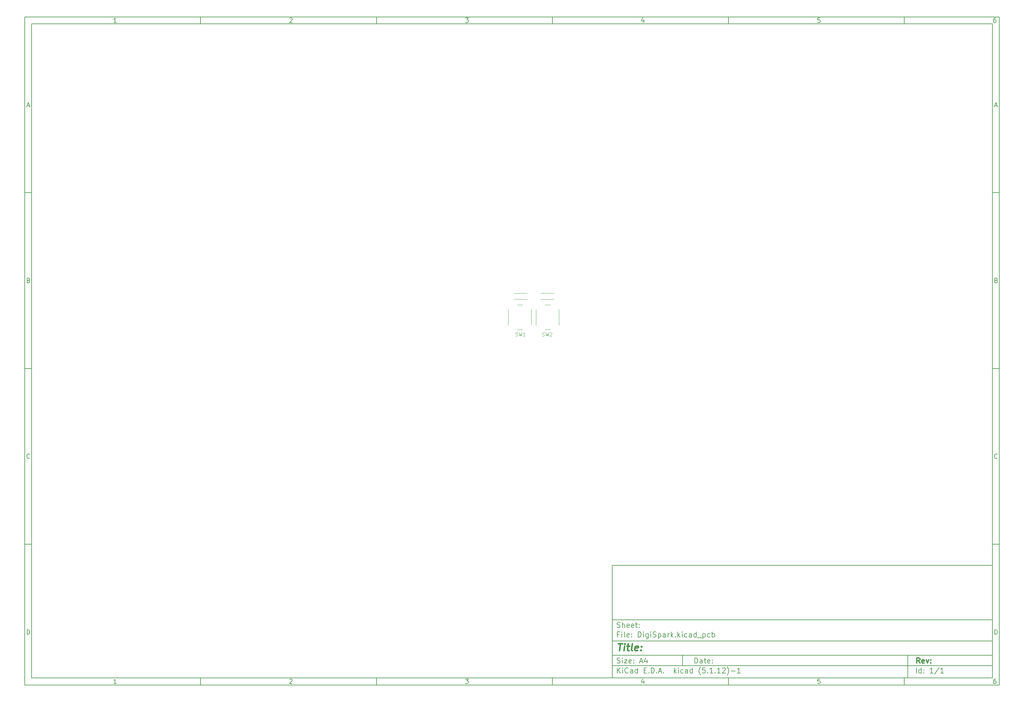
<source format=gbr>
%TF.GenerationSoftware,KiCad,Pcbnew,(5.1.12)-1*%
%TF.CreationDate,2022-07-31T01:05:36+09:00*%
%TF.ProjectId,DigiSpark,44696769-5370-4617-926b-2e6b69636164,rev?*%
%TF.SameCoordinates,Original*%
%TF.FileFunction,Legend,Top*%
%TF.FilePolarity,Positive*%
%FSLAX46Y46*%
G04 Gerber Fmt 4.6, Leading zero omitted, Abs format (unit mm)*
G04 Created by KiCad (PCBNEW (5.1.12)-1) date 2022-07-31 01:05:36*
%MOMM*%
%LPD*%
G01*
G04 APERTURE LIST*
%ADD10C,0.100000*%
%ADD11C,0.150000*%
%ADD12C,0.300000*%
%ADD13C,0.400000*%
%ADD14C,0.070000*%
%ADD15C,0.120000*%
G04 APERTURE END LIST*
D10*
D11*
X177002200Y-166007200D02*
X177002200Y-198007200D01*
X285002200Y-198007200D01*
X285002200Y-166007200D01*
X177002200Y-166007200D01*
D10*
D11*
X10000000Y-10000000D02*
X10000000Y-200007200D01*
X287002200Y-200007200D01*
X287002200Y-10000000D01*
X10000000Y-10000000D01*
D10*
D11*
X12000000Y-12000000D02*
X12000000Y-198007200D01*
X285002200Y-198007200D01*
X285002200Y-12000000D01*
X12000000Y-12000000D01*
D10*
D11*
X60000000Y-12000000D02*
X60000000Y-10000000D01*
D10*
D11*
X110000000Y-12000000D02*
X110000000Y-10000000D01*
D10*
D11*
X160000000Y-12000000D02*
X160000000Y-10000000D01*
D10*
D11*
X210000000Y-12000000D02*
X210000000Y-10000000D01*
D10*
D11*
X260000000Y-12000000D02*
X260000000Y-10000000D01*
D10*
D11*
X36065476Y-11588095D02*
X35322619Y-11588095D01*
X35694047Y-11588095D02*
X35694047Y-10288095D01*
X35570238Y-10473809D01*
X35446428Y-10597619D01*
X35322619Y-10659523D01*
D10*
D11*
X85322619Y-10411904D02*
X85384523Y-10350000D01*
X85508333Y-10288095D01*
X85817857Y-10288095D01*
X85941666Y-10350000D01*
X86003571Y-10411904D01*
X86065476Y-10535714D01*
X86065476Y-10659523D01*
X86003571Y-10845238D01*
X85260714Y-11588095D01*
X86065476Y-11588095D01*
D10*
D11*
X135260714Y-10288095D02*
X136065476Y-10288095D01*
X135632142Y-10783333D01*
X135817857Y-10783333D01*
X135941666Y-10845238D01*
X136003571Y-10907142D01*
X136065476Y-11030952D01*
X136065476Y-11340476D01*
X136003571Y-11464285D01*
X135941666Y-11526190D01*
X135817857Y-11588095D01*
X135446428Y-11588095D01*
X135322619Y-11526190D01*
X135260714Y-11464285D01*
D10*
D11*
X185941666Y-10721428D02*
X185941666Y-11588095D01*
X185632142Y-10226190D02*
X185322619Y-11154761D01*
X186127380Y-11154761D01*
D10*
D11*
X236003571Y-10288095D02*
X235384523Y-10288095D01*
X235322619Y-10907142D01*
X235384523Y-10845238D01*
X235508333Y-10783333D01*
X235817857Y-10783333D01*
X235941666Y-10845238D01*
X236003571Y-10907142D01*
X236065476Y-11030952D01*
X236065476Y-11340476D01*
X236003571Y-11464285D01*
X235941666Y-11526190D01*
X235817857Y-11588095D01*
X235508333Y-11588095D01*
X235384523Y-11526190D01*
X235322619Y-11464285D01*
D10*
D11*
X285941666Y-10288095D02*
X285694047Y-10288095D01*
X285570238Y-10350000D01*
X285508333Y-10411904D01*
X285384523Y-10597619D01*
X285322619Y-10845238D01*
X285322619Y-11340476D01*
X285384523Y-11464285D01*
X285446428Y-11526190D01*
X285570238Y-11588095D01*
X285817857Y-11588095D01*
X285941666Y-11526190D01*
X286003571Y-11464285D01*
X286065476Y-11340476D01*
X286065476Y-11030952D01*
X286003571Y-10907142D01*
X285941666Y-10845238D01*
X285817857Y-10783333D01*
X285570238Y-10783333D01*
X285446428Y-10845238D01*
X285384523Y-10907142D01*
X285322619Y-11030952D01*
D10*
D11*
X60000000Y-198007200D02*
X60000000Y-200007200D01*
D10*
D11*
X110000000Y-198007200D02*
X110000000Y-200007200D01*
D10*
D11*
X160000000Y-198007200D02*
X160000000Y-200007200D01*
D10*
D11*
X210000000Y-198007200D02*
X210000000Y-200007200D01*
D10*
D11*
X260000000Y-198007200D02*
X260000000Y-200007200D01*
D10*
D11*
X36065476Y-199595295D02*
X35322619Y-199595295D01*
X35694047Y-199595295D02*
X35694047Y-198295295D01*
X35570238Y-198481009D01*
X35446428Y-198604819D01*
X35322619Y-198666723D01*
D10*
D11*
X85322619Y-198419104D02*
X85384523Y-198357200D01*
X85508333Y-198295295D01*
X85817857Y-198295295D01*
X85941666Y-198357200D01*
X86003571Y-198419104D01*
X86065476Y-198542914D01*
X86065476Y-198666723D01*
X86003571Y-198852438D01*
X85260714Y-199595295D01*
X86065476Y-199595295D01*
D10*
D11*
X135260714Y-198295295D02*
X136065476Y-198295295D01*
X135632142Y-198790533D01*
X135817857Y-198790533D01*
X135941666Y-198852438D01*
X136003571Y-198914342D01*
X136065476Y-199038152D01*
X136065476Y-199347676D01*
X136003571Y-199471485D01*
X135941666Y-199533390D01*
X135817857Y-199595295D01*
X135446428Y-199595295D01*
X135322619Y-199533390D01*
X135260714Y-199471485D01*
D10*
D11*
X185941666Y-198728628D02*
X185941666Y-199595295D01*
X185632142Y-198233390D02*
X185322619Y-199161961D01*
X186127380Y-199161961D01*
D10*
D11*
X236003571Y-198295295D02*
X235384523Y-198295295D01*
X235322619Y-198914342D01*
X235384523Y-198852438D01*
X235508333Y-198790533D01*
X235817857Y-198790533D01*
X235941666Y-198852438D01*
X236003571Y-198914342D01*
X236065476Y-199038152D01*
X236065476Y-199347676D01*
X236003571Y-199471485D01*
X235941666Y-199533390D01*
X235817857Y-199595295D01*
X235508333Y-199595295D01*
X235384523Y-199533390D01*
X235322619Y-199471485D01*
D10*
D11*
X285941666Y-198295295D02*
X285694047Y-198295295D01*
X285570238Y-198357200D01*
X285508333Y-198419104D01*
X285384523Y-198604819D01*
X285322619Y-198852438D01*
X285322619Y-199347676D01*
X285384523Y-199471485D01*
X285446428Y-199533390D01*
X285570238Y-199595295D01*
X285817857Y-199595295D01*
X285941666Y-199533390D01*
X286003571Y-199471485D01*
X286065476Y-199347676D01*
X286065476Y-199038152D01*
X286003571Y-198914342D01*
X285941666Y-198852438D01*
X285817857Y-198790533D01*
X285570238Y-198790533D01*
X285446428Y-198852438D01*
X285384523Y-198914342D01*
X285322619Y-199038152D01*
D10*
D11*
X10000000Y-60000000D02*
X12000000Y-60000000D01*
D10*
D11*
X10000000Y-110000000D02*
X12000000Y-110000000D01*
D10*
D11*
X10000000Y-160000000D02*
X12000000Y-160000000D01*
D10*
D11*
X10690476Y-35216666D02*
X11309523Y-35216666D01*
X10566666Y-35588095D02*
X11000000Y-34288095D01*
X11433333Y-35588095D01*
D10*
D11*
X11092857Y-84907142D02*
X11278571Y-84969047D01*
X11340476Y-85030952D01*
X11402380Y-85154761D01*
X11402380Y-85340476D01*
X11340476Y-85464285D01*
X11278571Y-85526190D01*
X11154761Y-85588095D01*
X10659523Y-85588095D01*
X10659523Y-84288095D01*
X11092857Y-84288095D01*
X11216666Y-84350000D01*
X11278571Y-84411904D01*
X11340476Y-84535714D01*
X11340476Y-84659523D01*
X11278571Y-84783333D01*
X11216666Y-84845238D01*
X11092857Y-84907142D01*
X10659523Y-84907142D01*
D10*
D11*
X11402380Y-135464285D02*
X11340476Y-135526190D01*
X11154761Y-135588095D01*
X11030952Y-135588095D01*
X10845238Y-135526190D01*
X10721428Y-135402380D01*
X10659523Y-135278571D01*
X10597619Y-135030952D01*
X10597619Y-134845238D01*
X10659523Y-134597619D01*
X10721428Y-134473809D01*
X10845238Y-134350000D01*
X11030952Y-134288095D01*
X11154761Y-134288095D01*
X11340476Y-134350000D01*
X11402380Y-134411904D01*
D10*
D11*
X10659523Y-185588095D02*
X10659523Y-184288095D01*
X10969047Y-184288095D01*
X11154761Y-184350000D01*
X11278571Y-184473809D01*
X11340476Y-184597619D01*
X11402380Y-184845238D01*
X11402380Y-185030952D01*
X11340476Y-185278571D01*
X11278571Y-185402380D01*
X11154761Y-185526190D01*
X10969047Y-185588095D01*
X10659523Y-185588095D01*
D10*
D11*
X287002200Y-60000000D02*
X285002200Y-60000000D01*
D10*
D11*
X287002200Y-110000000D02*
X285002200Y-110000000D01*
D10*
D11*
X287002200Y-160000000D02*
X285002200Y-160000000D01*
D10*
D11*
X285692676Y-35216666D02*
X286311723Y-35216666D01*
X285568866Y-35588095D02*
X286002200Y-34288095D01*
X286435533Y-35588095D01*
D10*
D11*
X286095057Y-84907142D02*
X286280771Y-84969047D01*
X286342676Y-85030952D01*
X286404580Y-85154761D01*
X286404580Y-85340476D01*
X286342676Y-85464285D01*
X286280771Y-85526190D01*
X286156961Y-85588095D01*
X285661723Y-85588095D01*
X285661723Y-84288095D01*
X286095057Y-84288095D01*
X286218866Y-84350000D01*
X286280771Y-84411904D01*
X286342676Y-84535714D01*
X286342676Y-84659523D01*
X286280771Y-84783333D01*
X286218866Y-84845238D01*
X286095057Y-84907142D01*
X285661723Y-84907142D01*
D10*
D11*
X286404580Y-135464285D02*
X286342676Y-135526190D01*
X286156961Y-135588095D01*
X286033152Y-135588095D01*
X285847438Y-135526190D01*
X285723628Y-135402380D01*
X285661723Y-135278571D01*
X285599819Y-135030952D01*
X285599819Y-134845238D01*
X285661723Y-134597619D01*
X285723628Y-134473809D01*
X285847438Y-134350000D01*
X286033152Y-134288095D01*
X286156961Y-134288095D01*
X286342676Y-134350000D01*
X286404580Y-134411904D01*
D10*
D11*
X285661723Y-185588095D02*
X285661723Y-184288095D01*
X285971247Y-184288095D01*
X286156961Y-184350000D01*
X286280771Y-184473809D01*
X286342676Y-184597619D01*
X286404580Y-184845238D01*
X286404580Y-185030952D01*
X286342676Y-185278571D01*
X286280771Y-185402380D01*
X286156961Y-185526190D01*
X285971247Y-185588095D01*
X285661723Y-185588095D01*
D10*
D11*
X200434342Y-193785771D02*
X200434342Y-192285771D01*
X200791485Y-192285771D01*
X201005771Y-192357200D01*
X201148628Y-192500057D01*
X201220057Y-192642914D01*
X201291485Y-192928628D01*
X201291485Y-193142914D01*
X201220057Y-193428628D01*
X201148628Y-193571485D01*
X201005771Y-193714342D01*
X200791485Y-193785771D01*
X200434342Y-193785771D01*
X202577200Y-193785771D02*
X202577200Y-193000057D01*
X202505771Y-192857200D01*
X202362914Y-192785771D01*
X202077200Y-192785771D01*
X201934342Y-192857200D01*
X202577200Y-193714342D02*
X202434342Y-193785771D01*
X202077200Y-193785771D01*
X201934342Y-193714342D01*
X201862914Y-193571485D01*
X201862914Y-193428628D01*
X201934342Y-193285771D01*
X202077200Y-193214342D01*
X202434342Y-193214342D01*
X202577200Y-193142914D01*
X203077200Y-192785771D02*
X203648628Y-192785771D01*
X203291485Y-192285771D02*
X203291485Y-193571485D01*
X203362914Y-193714342D01*
X203505771Y-193785771D01*
X203648628Y-193785771D01*
X204720057Y-193714342D02*
X204577200Y-193785771D01*
X204291485Y-193785771D01*
X204148628Y-193714342D01*
X204077200Y-193571485D01*
X204077200Y-193000057D01*
X204148628Y-192857200D01*
X204291485Y-192785771D01*
X204577200Y-192785771D01*
X204720057Y-192857200D01*
X204791485Y-193000057D01*
X204791485Y-193142914D01*
X204077200Y-193285771D01*
X205434342Y-193642914D02*
X205505771Y-193714342D01*
X205434342Y-193785771D01*
X205362914Y-193714342D01*
X205434342Y-193642914D01*
X205434342Y-193785771D01*
X205434342Y-192857200D02*
X205505771Y-192928628D01*
X205434342Y-193000057D01*
X205362914Y-192928628D01*
X205434342Y-192857200D01*
X205434342Y-193000057D01*
D10*
D11*
X177002200Y-194507200D02*
X285002200Y-194507200D01*
D10*
D11*
X178434342Y-196585771D02*
X178434342Y-195085771D01*
X179291485Y-196585771D02*
X178648628Y-195728628D01*
X179291485Y-195085771D02*
X178434342Y-195942914D01*
X179934342Y-196585771D02*
X179934342Y-195585771D01*
X179934342Y-195085771D02*
X179862914Y-195157200D01*
X179934342Y-195228628D01*
X180005771Y-195157200D01*
X179934342Y-195085771D01*
X179934342Y-195228628D01*
X181505771Y-196442914D02*
X181434342Y-196514342D01*
X181220057Y-196585771D01*
X181077200Y-196585771D01*
X180862914Y-196514342D01*
X180720057Y-196371485D01*
X180648628Y-196228628D01*
X180577200Y-195942914D01*
X180577200Y-195728628D01*
X180648628Y-195442914D01*
X180720057Y-195300057D01*
X180862914Y-195157200D01*
X181077200Y-195085771D01*
X181220057Y-195085771D01*
X181434342Y-195157200D01*
X181505771Y-195228628D01*
X182791485Y-196585771D02*
X182791485Y-195800057D01*
X182720057Y-195657200D01*
X182577200Y-195585771D01*
X182291485Y-195585771D01*
X182148628Y-195657200D01*
X182791485Y-196514342D02*
X182648628Y-196585771D01*
X182291485Y-196585771D01*
X182148628Y-196514342D01*
X182077200Y-196371485D01*
X182077200Y-196228628D01*
X182148628Y-196085771D01*
X182291485Y-196014342D01*
X182648628Y-196014342D01*
X182791485Y-195942914D01*
X184148628Y-196585771D02*
X184148628Y-195085771D01*
X184148628Y-196514342D02*
X184005771Y-196585771D01*
X183720057Y-196585771D01*
X183577200Y-196514342D01*
X183505771Y-196442914D01*
X183434342Y-196300057D01*
X183434342Y-195871485D01*
X183505771Y-195728628D01*
X183577200Y-195657200D01*
X183720057Y-195585771D01*
X184005771Y-195585771D01*
X184148628Y-195657200D01*
X186005771Y-195800057D02*
X186505771Y-195800057D01*
X186720057Y-196585771D02*
X186005771Y-196585771D01*
X186005771Y-195085771D01*
X186720057Y-195085771D01*
X187362914Y-196442914D02*
X187434342Y-196514342D01*
X187362914Y-196585771D01*
X187291485Y-196514342D01*
X187362914Y-196442914D01*
X187362914Y-196585771D01*
X188077200Y-196585771D02*
X188077200Y-195085771D01*
X188434342Y-195085771D01*
X188648628Y-195157200D01*
X188791485Y-195300057D01*
X188862914Y-195442914D01*
X188934342Y-195728628D01*
X188934342Y-195942914D01*
X188862914Y-196228628D01*
X188791485Y-196371485D01*
X188648628Y-196514342D01*
X188434342Y-196585771D01*
X188077200Y-196585771D01*
X189577200Y-196442914D02*
X189648628Y-196514342D01*
X189577200Y-196585771D01*
X189505771Y-196514342D01*
X189577200Y-196442914D01*
X189577200Y-196585771D01*
X190220057Y-196157200D02*
X190934342Y-196157200D01*
X190077200Y-196585771D02*
X190577200Y-195085771D01*
X191077200Y-196585771D01*
X191577200Y-196442914D02*
X191648628Y-196514342D01*
X191577200Y-196585771D01*
X191505771Y-196514342D01*
X191577200Y-196442914D01*
X191577200Y-196585771D01*
X194577200Y-196585771D02*
X194577200Y-195085771D01*
X194720057Y-196014342D02*
X195148628Y-196585771D01*
X195148628Y-195585771D02*
X194577200Y-196157200D01*
X195791485Y-196585771D02*
X195791485Y-195585771D01*
X195791485Y-195085771D02*
X195720057Y-195157200D01*
X195791485Y-195228628D01*
X195862914Y-195157200D01*
X195791485Y-195085771D01*
X195791485Y-195228628D01*
X197148628Y-196514342D02*
X197005771Y-196585771D01*
X196720057Y-196585771D01*
X196577200Y-196514342D01*
X196505771Y-196442914D01*
X196434342Y-196300057D01*
X196434342Y-195871485D01*
X196505771Y-195728628D01*
X196577200Y-195657200D01*
X196720057Y-195585771D01*
X197005771Y-195585771D01*
X197148628Y-195657200D01*
X198434342Y-196585771D02*
X198434342Y-195800057D01*
X198362914Y-195657200D01*
X198220057Y-195585771D01*
X197934342Y-195585771D01*
X197791485Y-195657200D01*
X198434342Y-196514342D02*
X198291485Y-196585771D01*
X197934342Y-196585771D01*
X197791485Y-196514342D01*
X197720057Y-196371485D01*
X197720057Y-196228628D01*
X197791485Y-196085771D01*
X197934342Y-196014342D01*
X198291485Y-196014342D01*
X198434342Y-195942914D01*
X199791485Y-196585771D02*
X199791485Y-195085771D01*
X199791485Y-196514342D02*
X199648628Y-196585771D01*
X199362914Y-196585771D01*
X199220057Y-196514342D01*
X199148628Y-196442914D01*
X199077200Y-196300057D01*
X199077200Y-195871485D01*
X199148628Y-195728628D01*
X199220057Y-195657200D01*
X199362914Y-195585771D01*
X199648628Y-195585771D01*
X199791485Y-195657200D01*
X202077200Y-197157200D02*
X202005771Y-197085771D01*
X201862914Y-196871485D01*
X201791485Y-196728628D01*
X201720057Y-196514342D01*
X201648628Y-196157200D01*
X201648628Y-195871485D01*
X201720057Y-195514342D01*
X201791485Y-195300057D01*
X201862914Y-195157200D01*
X202005771Y-194942914D01*
X202077200Y-194871485D01*
X203362914Y-195085771D02*
X202648628Y-195085771D01*
X202577200Y-195800057D01*
X202648628Y-195728628D01*
X202791485Y-195657200D01*
X203148628Y-195657200D01*
X203291485Y-195728628D01*
X203362914Y-195800057D01*
X203434342Y-195942914D01*
X203434342Y-196300057D01*
X203362914Y-196442914D01*
X203291485Y-196514342D01*
X203148628Y-196585771D01*
X202791485Y-196585771D01*
X202648628Y-196514342D01*
X202577200Y-196442914D01*
X204077200Y-196442914D02*
X204148628Y-196514342D01*
X204077200Y-196585771D01*
X204005771Y-196514342D01*
X204077200Y-196442914D01*
X204077200Y-196585771D01*
X205577200Y-196585771D02*
X204720057Y-196585771D01*
X205148628Y-196585771D02*
X205148628Y-195085771D01*
X205005771Y-195300057D01*
X204862914Y-195442914D01*
X204720057Y-195514342D01*
X206220057Y-196442914D02*
X206291485Y-196514342D01*
X206220057Y-196585771D01*
X206148628Y-196514342D01*
X206220057Y-196442914D01*
X206220057Y-196585771D01*
X207720057Y-196585771D02*
X206862914Y-196585771D01*
X207291485Y-196585771D02*
X207291485Y-195085771D01*
X207148628Y-195300057D01*
X207005771Y-195442914D01*
X206862914Y-195514342D01*
X208291485Y-195228628D02*
X208362914Y-195157200D01*
X208505771Y-195085771D01*
X208862914Y-195085771D01*
X209005771Y-195157200D01*
X209077200Y-195228628D01*
X209148628Y-195371485D01*
X209148628Y-195514342D01*
X209077200Y-195728628D01*
X208220057Y-196585771D01*
X209148628Y-196585771D01*
X209648628Y-197157200D02*
X209720057Y-197085771D01*
X209862914Y-196871485D01*
X209934342Y-196728628D01*
X210005771Y-196514342D01*
X210077200Y-196157200D01*
X210077200Y-195871485D01*
X210005771Y-195514342D01*
X209934342Y-195300057D01*
X209862914Y-195157200D01*
X209720057Y-194942914D01*
X209648628Y-194871485D01*
X210791485Y-196014342D02*
X211934342Y-196014342D01*
X213434342Y-196585771D02*
X212577200Y-196585771D01*
X213005771Y-196585771D02*
X213005771Y-195085771D01*
X212862914Y-195300057D01*
X212720057Y-195442914D01*
X212577200Y-195514342D01*
D10*
D11*
X177002200Y-191507200D02*
X285002200Y-191507200D01*
D10*
D12*
X264411485Y-193785771D02*
X263911485Y-193071485D01*
X263554342Y-193785771D02*
X263554342Y-192285771D01*
X264125771Y-192285771D01*
X264268628Y-192357200D01*
X264340057Y-192428628D01*
X264411485Y-192571485D01*
X264411485Y-192785771D01*
X264340057Y-192928628D01*
X264268628Y-193000057D01*
X264125771Y-193071485D01*
X263554342Y-193071485D01*
X265625771Y-193714342D02*
X265482914Y-193785771D01*
X265197200Y-193785771D01*
X265054342Y-193714342D01*
X264982914Y-193571485D01*
X264982914Y-193000057D01*
X265054342Y-192857200D01*
X265197200Y-192785771D01*
X265482914Y-192785771D01*
X265625771Y-192857200D01*
X265697200Y-193000057D01*
X265697200Y-193142914D01*
X264982914Y-193285771D01*
X266197200Y-192785771D02*
X266554342Y-193785771D01*
X266911485Y-192785771D01*
X267482914Y-193642914D02*
X267554342Y-193714342D01*
X267482914Y-193785771D01*
X267411485Y-193714342D01*
X267482914Y-193642914D01*
X267482914Y-193785771D01*
X267482914Y-192857200D02*
X267554342Y-192928628D01*
X267482914Y-193000057D01*
X267411485Y-192928628D01*
X267482914Y-192857200D01*
X267482914Y-193000057D01*
D10*
D11*
X178362914Y-193714342D02*
X178577200Y-193785771D01*
X178934342Y-193785771D01*
X179077200Y-193714342D01*
X179148628Y-193642914D01*
X179220057Y-193500057D01*
X179220057Y-193357200D01*
X179148628Y-193214342D01*
X179077200Y-193142914D01*
X178934342Y-193071485D01*
X178648628Y-193000057D01*
X178505771Y-192928628D01*
X178434342Y-192857200D01*
X178362914Y-192714342D01*
X178362914Y-192571485D01*
X178434342Y-192428628D01*
X178505771Y-192357200D01*
X178648628Y-192285771D01*
X179005771Y-192285771D01*
X179220057Y-192357200D01*
X179862914Y-193785771D02*
X179862914Y-192785771D01*
X179862914Y-192285771D02*
X179791485Y-192357200D01*
X179862914Y-192428628D01*
X179934342Y-192357200D01*
X179862914Y-192285771D01*
X179862914Y-192428628D01*
X180434342Y-192785771D02*
X181220057Y-192785771D01*
X180434342Y-193785771D01*
X181220057Y-193785771D01*
X182362914Y-193714342D02*
X182220057Y-193785771D01*
X181934342Y-193785771D01*
X181791485Y-193714342D01*
X181720057Y-193571485D01*
X181720057Y-193000057D01*
X181791485Y-192857200D01*
X181934342Y-192785771D01*
X182220057Y-192785771D01*
X182362914Y-192857200D01*
X182434342Y-193000057D01*
X182434342Y-193142914D01*
X181720057Y-193285771D01*
X183077200Y-193642914D02*
X183148628Y-193714342D01*
X183077200Y-193785771D01*
X183005771Y-193714342D01*
X183077200Y-193642914D01*
X183077200Y-193785771D01*
X183077200Y-192857200D02*
X183148628Y-192928628D01*
X183077200Y-193000057D01*
X183005771Y-192928628D01*
X183077200Y-192857200D01*
X183077200Y-193000057D01*
X184862914Y-193357200D02*
X185577200Y-193357200D01*
X184720057Y-193785771D02*
X185220057Y-192285771D01*
X185720057Y-193785771D01*
X186862914Y-192785771D02*
X186862914Y-193785771D01*
X186505771Y-192214342D02*
X186148628Y-193285771D01*
X187077200Y-193285771D01*
D10*
D11*
X263434342Y-196585771D02*
X263434342Y-195085771D01*
X264791485Y-196585771D02*
X264791485Y-195085771D01*
X264791485Y-196514342D02*
X264648628Y-196585771D01*
X264362914Y-196585771D01*
X264220057Y-196514342D01*
X264148628Y-196442914D01*
X264077200Y-196300057D01*
X264077200Y-195871485D01*
X264148628Y-195728628D01*
X264220057Y-195657200D01*
X264362914Y-195585771D01*
X264648628Y-195585771D01*
X264791485Y-195657200D01*
X265505771Y-196442914D02*
X265577200Y-196514342D01*
X265505771Y-196585771D01*
X265434342Y-196514342D01*
X265505771Y-196442914D01*
X265505771Y-196585771D01*
X265505771Y-195657200D02*
X265577200Y-195728628D01*
X265505771Y-195800057D01*
X265434342Y-195728628D01*
X265505771Y-195657200D01*
X265505771Y-195800057D01*
X268148628Y-196585771D02*
X267291485Y-196585771D01*
X267720057Y-196585771D02*
X267720057Y-195085771D01*
X267577200Y-195300057D01*
X267434342Y-195442914D01*
X267291485Y-195514342D01*
X269862914Y-195014342D02*
X268577200Y-196942914D01*
X271148628Y-196585771D02*
X270291485Y-196585771D01*
X270720057Y-196585771D02*
X270720057Y-195085771D01*
X270577200Y-195300057D01*
X270434342Y-195442914D01*
X270291485Y-195514342D01*
D10*
D11*
X177002200Y-187507200D02*
X285002200Y-187507200D01*
D10*
D13*
X178714580Y-188211961D02*
X179857438Y-188211961D01*
X179036009Y-190211961D02*
X179286009Y-188211961D01*
X180274104Y-190211961D02*
X180440771Y-188878628D01*
X180524104Y-188211961D02*
X180416961Y-188307200D01*
X180500295Y-188402438D01*
X180607438Y-188307200D01*
X180524104Y-188211961D01*
X180500295Y-188402438D01*
X181107438Y-188878628D02*
X181869342Y-188878628D01*
X181476485Y-188211961D02*
X181262200Y-189926247D01*
X181333628Y-190116723D01*
X181512200Y-190211961D01*
X181702676Y-190211961D01*
X182655057Y-190211961D02*
X182476485Y-190116723D01*
X182405057Y-189926247D01*
X182619342Y-188211961D01*
X184190771Y-190116723D02*
X183988390Y-190211961D01*
X183607438Y-190211961D01*
X183428866Y-190116723D01*
X183357438Y-189926247D01*
X183452676Y-189164342D01*
X183571723Y-188973866D01*
X183774104Y-188878628D01*
X184155057Y-188878628D01*
X184333628Y-188973866D01*
X184405057Y-189164342D01*
X184381247Y-189354819D01*
X183405057Y-189545295D01*
X185155057Y-190021485D02*
X185238390Y-190116723D01*
X185131247Y-190211961D01*
X185047914Y-190116723D01*
X185155057Y-190021485D01*
X185131247Y-190211961D01*
X185286009Y-188973866D02*
X185369342Y-189069104D01*
X185262200Y-189164342D01*
X185178866Y-189069104D01*
X185286009Y-188973866D01*
X185262200Y-189164342D01*
D10*
D11*
X178934342Y-185600057D02*
X178434342Y-185600057D01*
X178434342Y-186385771D02*
X178434342Y-184885771D01*
X179148628Y-184885771D01*
X179720057Y-186385771D02*
X179720057Y-185385771D01*
X179720057Y-184885771D02*
X179648628Y-184957200D01*
X179720057Y-185028628D01*
X179791485Y-184957200D01*
X179720057Y-184885771D01*
X179720057Y-185028628D01*
X180648628Y-186385771D02*
X180505771Y-186314342D01*
X180434342Y-186171485D01*
X180434342Y-184885771D01*
X181791485Y-186314342D02*
X181648628Y-186385771D01*
X181362914Y-186385771D01*
X181220057Y-186314342D01*
X181148628Y-186171485D01*
X181148628Y-185600057D01*
X181220057Y-185457200D01*
X181362914Y-185385771D01*
X181648628Y-185385771D01*
X181791485Y-185457200D01*
X181862914Y-185600057D01*
X181862914Y-185742914D01*
X181148628Y-185885771D01*
X182505771Y-186242914D02*
X182577200Y-186314342D01*
X182505771Y-186385771D01*
X182434342Y-186314342D01*
X182505771Y-186242914D01*
X182505771Y-186385771D01*
X182505771Y-185457200D02*
X182577200Y-185528628D01*
X182505771Y-185600057D01*
X182434342Y-185528628D01*
X182505771Y-185457200D01*
X182505771Y-185600057D01*
X184362914Y-186385771D02*
X184362914Y-184885771D01*
X184720057Y-184885771D01*
X184934342Y-184957200D01*
X185077200Y-185100057D01*
X185148628Y-185242914D01*
X185220057Y-185528628D01*
X185220057Y-185742914D01*
X185148628Y-186028628D01*
X185077200Y-186171485D01*
X184934342Y-186314342D01*
X184720057Y-186385771D01*
X184362914Y-186385771D01*
X185862914Y-186385771D02*
X185862914Y-185385771D01*
X185862914Y-184885771D02*
X185791485Y-184957200D01*
X185862914Y-185028628D01*
X185934342Y-184957200D01*
X185862914Y-184885771D01*
X185862914Y-185028628D01*
X187220057Y-185385771D02*
X187220057Y-186600057D01*
X187148628Y-186742914D01*
X187077200Y-186814342D01*
X186934342Y-186885771D01*
X186720057Y-186885771D01*
X186577200Y-186814342D01*
X187220057Y-186314342D02*
X187077200Y-186385771D01*
X186791485Y-186385771D01*
X186648628Y-186314342D01*
X186577200Y-186242914D01*
X186505771Y-186100057D01*
X186505771Y-185671485D01*
X186577200Y-185528628D01*
X186648628Y-185457200D01*
X186791485Y-185385771D01*
X187077200Y-185385771D01*
X187220057Y-185457200D01*
X187934342Y-186385771D02*
X187934342Y-185385771D01*
X187934342Y-184885771D02*
X187862914Y-184957200D01*
X187934342Y-185028628D01*
X188005771Y-184957200D01*
X187934342Y-184885771D01*
X187934342Y-185028628D01*
X188577200Y-186314342D02*
X188791485Y-186385771D01*
X189148628Y-186385771D01*
X189291485Y-186314342D01*
X189362914Y-186242914D01*
X189434342Y-186100057D01*
X189434342Y-185957200D01*
X189362914Y-185814342D01*
X189291485Y-185742914D01*
X189148628Y-185671485D01*
X188862914Y-185600057D01*
X188720057Y-185528628D01*
X188648628Y-185457200D01*
X188577200Y-185314342D01*
X188577200Y-185171485D01*
X188648628Y-185028628D01*
X188720057Y-184957200D01*
X188862914Y-184885771D01*
X189220057Y-184885771D01*
X189434342Y-184957200D01*
X190077200Y-185385771D02*
X190077200Y-186885771D01*
X190077200Y-185457200D02*
X190220057Y-185385771D01*
X190505771Y-185385771D01*
X190648628Y-185457200D01*
X190720057Y-185528628D01*
X190791485Y-185671485D01*
X190791485Y-186100057D01*
X190720057Y-186242914D01*
X190648628Y-186314342D01*
X190505771Y-186385771D01*
X190220057Y-186385771D01*
X190077200Y-186314342D01*
X192077200Y-186385771D02*
X192077200Y-185600057D01*
X192005771Y-185457200D01*
X191862914Y-185385771D01*
X191577200Y-185385771D01*
X191434342Y-185457200D01*
X192077200Y-186314342D02*
X191934342Y-186385771D01*
X191577200Y-186385771D01*
X191434342Y-186314342D01*
X191362914Y-186171485D01*
X191362914Y-186028628D01*
X191434342Y-185885771D01*
X191577200Y-185814342D01*
X191934342Y-185814342D01*
X192077200Y-185742914D01*
X192791485Y-186385771D02*
X192791485Y-185385771D01*
X192791485Y-185671485D02*
X192862914Y-185528628D01*
X192934342Y-185457200D01*
X193077200Y-185385771D01*
X193220057Y-185385771D01*
X193720057Y-186385771D02*
X193720057Y-184885771D01*
X193862914Y-185814342D02*
X194291485Y-186385771D01*
X194291485Y-185385771D02*
X193720057Y-185957200D01*
X194934342Y-186242914D02*
X195005771Y-186314342D01*
X194934342Y-186385771D01*
X194862914Y-186314342D01*
X194934342Y-186242914D01*
X194934342Y-186385771D01*
X195648628Y-186385771D02*
X195648628Y-184885771D01*
X195791485Y-185814342D02*
X196220057Y-186385771D01*
X196220057Y-185385771D02*
X195648628Y-185957200D01*
X196862914Y-186385771D02*
X196862914Y-185385771D01*
X196862914Y-184885771D02*
X196791485Y-184957200D01*
X196862914Y-185028628D01*
X196934342Y-184957200D01*
X196862914Y-184885771D01*
X196862914Y-185028628D01*
X198220057Y-186314342D02*
X198077200Y-186385771D01*
X197791485Y-186385771D01*
X197648628Y-186314342D01*
X197577200Y-186242914D01*
X197505771Y-186100057D01*
X197505771Y-185671485D01*
X197577200Y-185528628D01*
X197648628Y-185457200D01*
X197791485Y-185385771D01*
X198077200Y-185385771D01*
X198220057Y-185457200D01*
X199505771Y-186385771D02*
X199505771Y-185600057D01*
X199434342Y-185457200D01*
X199291485Y-185385771D01*
X199005771Y-185385771D01*
X198862914Y-185457200D01*
X199505771Y-186314342D02*
X199362914Y-186385771D01*
X199005771Y-186385771D01*
X198862914Y-186314342D01*
X198791485Y-186171485D01*
X198791485Y-186028628D01*
X198862914Y-185885771D01*
X199005771Y-185814342D01*
X199362914Y-185814342D01*
X199505771Y-185742914D01*
X200862914Y-186385771D02*
X200862914Y-184885771D01*
X200862914Y-186314342D02*
X200720057Y-186385771D01*
X200434342Y-186385771D01*
X200291485Y-186314342D01*
X200220057Y-186242914D01*
X200148628Y-186100057D01*
X200148628Y-185671485D01*
X200220057Y-185528628D01*
X200291485Y-185457200D01*
X200434342Y-185385771D01*
X200720057Y-185385771D01*
X200862914Y-185457200D01*
X201220057Y-186528628D02*
X202362914Y-186528628D01*
X202720057Y-185385771D02*
X202720057Y-186885771D01*
X202720057Y-185457200D02*
X202862914Y-185385771D01*
X203148628Y-185385771D01*
X203291485Y-185457200D01*
X203362914Y-185528628D01*
X203434342Y-185671485D01*
X203434342Y-186100057D01*
X203362914Y-186242914D01*
X203291485Y-186314342D01*
X203148628Y-186385771D01*
X202862914Y-186385771D01*
X202720057Y-186314342D01*
X204720057Y-186314342D02*
X204577200Y-186385771D01*
X204291485Y-186385771D01*
X204148628Y-186314342D01*
X204077200Y-186242914D01*
X204005771Y-186100057D01*
X204005771Y-185671485D01*
X204077200Y-185528628D01*
X204148628Y-185457200D01*
X204291485Y-185385771D01*
X204577200Y-185385771D01*
X204720057Y-185457200D01*
X205362914Y-186385771D02*
X205362914Y-184885771D01*
X205362914Y-185457200D02*
X205505771Y-185385771D01*
X205791485Y-185385771D01*
X205934342Y-185457200D01*
X206005771Y-185528628D01*
X206077200Y-185671485D01*
X206077200Y-186100057D01*
X206005771Y-186242914D01*
X205934342Y-186314342D01*
X205791485Y-186385771D01*
X205505771Y-186385771D01*
X205362914Y-186314342D01*
D10*
D11*
X177002200Y-181507200D02*
X285002200Y-181507200D01*
D10*
D11*
X178362914Y-183614342D02*
X178577200Y-183685771D01*
X178934342Y-183685771D01*
X179077200Y-183614342D01*
X179148628Y-183542914D01*
X179220057Y-183400057D01*
X179220057Y-183257200D01*
X179148628Y-183114342D01*
X179077200Y-183042914D01*
X178934342Y-182971485D01*
X178648628Y-182900057D01*
X178505771Y-182828628D01*
X178434342Y-182757200D01*
X178362914Y-182614342D01*
X178362914Y-182471485D01*
X178434342Y-182328628D01*
X178505771Y-182257200D01*
X178648628Y-182185771D01*
X179005771Y-182185771D01*
X179220057Y-182257200D01*
X179862914Y-183685771D02*
X179862914Y-182185771D01*
X180505771Y-183685771D02*
X180505771Y-182900057D01*
X180434342Y-182757200D01*
X180291485Y-182685771D01*
X180077200Y-182685771D01*
X179934342Y-182757200D01*
X179862914Y-182828628D01*
X181791485Y-183614342D02*
X181648628Y-183685771D01*
X181362914Y-183685771D01*
X181220057Y-183614342D01*
X181148628Y-183471485D01*
X181148628Y-182900057D01*
X181220057Y-182757200D01*
X181362914Y-182685771D01*
X181648628Y-182685771D01*
X181791485Y-182757200D01*
X181862914Y-182900057D01*
X181862914Y-183042914D01*
X181148628Y-183185771D01*
X183077200Y-183614342D02*
X182934342Y-183685771D01*
X182648628Y-183685771D01*
X182505771Y-183614342D01*
X182434342Y-183471485D01*
X182434342Y-182900057D01*
X182505771Y-182757200D01*
X182648628Y-182685771D01*
X182934342Y-182685771D01*
X183077200Y-182757200D01*
X183148628Y-182900057D01*
X183148628Y-183042914D01*
X182434342Y-183185771D01*
X183577200Y-182685771D02*
X184148628Y-182685771D01*
X183791485Y-182185771D02*
X183791485Y-183471485D01*
X183862914Y-183614342D01*
X184005771Y-183685771D01*
X184148628Y-183685771D01*
X184648628Y-183542914D02*
X184720057Y-183614342D01*
X184648628Y-183685771D01*
X184577200Y-183614342D01*
X184648628Y-183542914D01*
X184648628Y-183685771D01*
X184648628Y-182757200D02*
X184720057Y-182828628D01*
X184648628Y-182900057D01*
X184577200Y-182828628D01*
X184648628Y-182757200D01*
X184648628Y-182900057D01*
D10*
D11*
X197002200Y-191507200D02*
X197002200Y-194507200D01*
D10*
D11*
X261002200Y-191507200D02*
X261002200Y-198007200D01*
D14*
X157162666Y-100734761D02*
X157305523Y-100782380D01*
X157543619Y-100782380D01*
X157638857Y-100734761D01*
X157686476Y-100687142D01*
X157734095Y-100591904D01*
X157734095Y-100496666D01*
X157686476Y-100401428D01*
X157638857Y-100353809D01*
X157543619Y-100306190D01*
X157353142Y-100258571D01*
X157257904Y-100210952D01*
X157210285Y-100163333D01*
X157162666Y-100068095D01*
X157162666Y-99972857D01*
X157210285Y-99877619D01*
X157257904Y-99830000D01*
X157353142Y-99782380D01*
X157591238Y-99782380D01*
X157734095Y-99830000D01*
X158067428Y-99782380D02*
X158305523Y-100782380D01*
X158496000Y-100068095D01*
X158686476Y-100782380D01*
X158924571Y-99782380D01*
X159257904Y-99877619D02*
X159305523Y-99830000D01*
X159400761Y-99782380D01*
X159638857Y-99782380D01*
X159734095Y-99830000D01*
X159781714Y-99877619D01*
X159829333Y-99972857D01*
X159829333Y-100068095D01*
X159781714Y-100210952D01*
X159210285Y-100782380D01*
X159829333Y-100782380D01*
X149542666Y-100734761D02*
X149685523Y-100782380D01*
X149923619Y-100782380D01*
X150018857Y-100734761D01*
X150066476Y-100687142D01*
X150114095Y-100591904D01*
X150114095Y-100496666D01*
X150066476Y-100401428D01*
X150018857Y-100353809D01*
X149923619Y-100306190D01*
X149733142Y-100258571D01*
X149637904Y-100210952D01*
X149590285Y-100163333D01*
X149542666Y-100068095D01*
X149542666Y-99972857D01*
X149590285Y-99877619D01*
X149637904Y-99830000D01*
X149733142Y-99782380D01*
X149971238Y-99782380D01*
X150114095Y-99830000D01*
X150447428Y-99782380D02*
X150685523Y-100782380D01*
X150876000Y-100068095D01*
X151066476Y-100782380D01*
X151304571Y-99782380D01*
X152209333Y-100782380D02*
X151637904Y-100782380D01*
X151923619Y-100782380D02*
X151923619Y-99782380D01*
X151828380Y-99925238D01*
X151733142Y-100020476D01*
X151637904Y-100068095D01*
D15*
%TO.C,SW1*%
X151463000Y-91929000D02*
X149963000Y-91929000D01*
X147463000Y-93179000D02*
X147463000Y-97679000D01*
X149963000Y-98929000D02*
X151463000Y-98929000D01*
X153963000Y-97679000D02*
X153963000Y-93179000D01*
%TO.C,R1*%
X152736000Y-90268000D02*
X149016000Y-90268000D01*
X152736000Y-88548000D02*
X149016000Y-88548000D01*
%TO.C,R2*%
X156636000Y-88548000D02*
X160356000Y-88548000D01*
X156636000Y-90268000D02*
X160356000Y-90268000D01*
%TO.C,SW2*%
X161837000Y-97679000D02*
X161837000Y-93179000D01*
X157837000Y-98929000D02*
X159337000Y-98929000D01*
X155337000Y-93179000D02*
X155337000Y-97679000D01*
X159337000Y-91929000D02*
X157837000Y-91929000D01*
%TD*%
M02*

</source>
